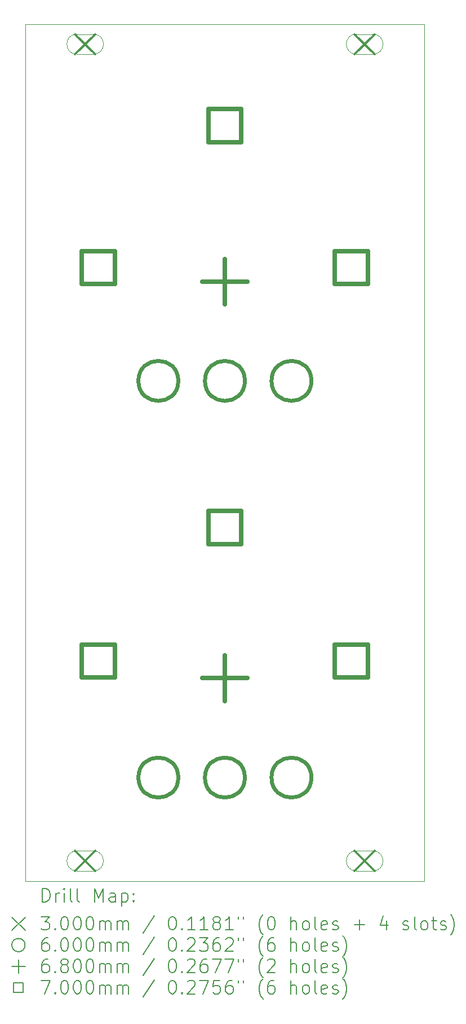
<source format=gbr>
%TF.GenerationSoftware,KiCad,Pcbnew,9.0.4-9.0.4-0~ubuntu22.04.1*%
%TF.CreationDate,2025-10-28T22:45:39+00:00*%
%TF.ProjectId,MS20-VCF,4d533230-2d56-4434-962e-6b696361645f,rev?*%
%TF.SameCoordinates,Original*%
%TF.FileFunction,Drillmap*%
%TF.FilePolarity,Positive*%
%FSLAX45Y45*%
G04 Gerber Fmt 4.5, Leading zero omitted, Abs format (unit mm)*
G04 Created by KiCad (PCBNEW 9.0.4-9.0.4-0~ubuntu22.04.1) date 2025-10-28 22:45:39*
%MOMM*%
%LPD*%
G01*
G04 APERTURE LIST*
%ADD10C,0.050000*%
%ADD11C,0.200000*%
%ADD12C,0.300000*%
%ADD13C,0.100000*%
%ADD14C,0.600000*%
%ADD15C,0.680000*%
%ADD16C,0.700000*%
G04 APERTURE END LIST*
D10*
X23700000Y-2700000D02*
X23700000Y-15550000D01*
X17700000Y-15550000D02*
X17700000Y-15100000D01*
X17700000Y-2700000D02*
X17700000Y-15100000D01*
X23700000Y-15550000D02*
X17700000Y-15550000D01*
X17700000Y-2700000D02*
X23700000Y-2700000D01*
D11*
D12*
X18450000Y-2850000D02*
X18750000Y-3150000D01*
X18750000Y-2850000D02*
X18450000Y-3150000D01*
D13*
X18475000Y-3150000D02*
X18725000Y-3150000D01*
X18725000Y-2850000D02*
G75*
G02*
X18725000Y-3150000I0J-150000D01*
G01*
X18725000Y-2850000D02*
X18475000Y-2850000D01*
X18475000Y-2850000D02*
G75*
G03*
X18475000Y-3150000I0J-150000D01*
G01*
D12*
X18450000Y-15100000D02*
X18750000Y-15400000D01*
X18750000Y-15100000D02*
X18450000Y-15400000D01*
D13*
X18475000Y-15400000D02*
X18725000Y-15400000D01*
X18725000Y-15100000D02*
G75*
G02*
X18725000Y-15400000I0J-150000D01*
G01*
X18725000Y-15100000D02*
X18475000Y-15100000D01*
X18475000Y-15100000D02*
G75*
G03*
X18475000Y-15400000I0J-150000D01*
G01*
D12*
X22650000Y-2850000D02*
X22950000Y-3150000D01*
X22950000Y-2850000D02*
X22650000Y-3150000D01*
D13*
X22675000Y-3150000D02*
X22925000Y-3150000D01*
X22925000Y-2850000D02*
G75*
G02*
X22925000Y-3150000I0J-150000D01*
G01*
X22925000Y-2850000D02*
X22675000Y-2850000D01*
X22675000Y-2850000D02*
G75*
G03*
X22675000Y-3150000I0J-150000D01*
G01*
D12*
X22650000Y-15100000D02*
X22950000Y-15400000D01*
X22950000Y-15100000D02*
X22650000Y-15400000D01*
D13*
X22675000Y-15400000D02*
X22925000Y-15400000D01*
X22925000Y-15100000D02*
G75*
G02*
X22925000Y-15400000I0J-150000D01*
G01*
X22925000Y-15100000D02*
X22675000Y-15100000D01*
X22675000Y-15100000D02*
G75*
G03*
X22675000Y-15400000I0J-150000D01*
G01*
D14*
X20000000Y-8050000D02*
G75*
G02*
X19400000Y-8050000I-300000J0D01*
G01*
X19400000Y-8050000D02*
G75*
G02*
X20000000Y-8050000I300000J0D01*
G01*
X20000000Y-14000000D02*
G75*
G02*
X19400000Y-14000000I-300000J0D01*
G01*
X19400000Y-14000000D02*
G75*
G02*
X20000000Y-14000000I300000J0D01*
G01*
X21000000Y-8050000D02*
G75*
G02*
X20400000Y-8050000I-300000J0D01*
G01*
X20400000Y-8050000D02*
G75*
G02*
X21000000Y-8050000I300000J0D01*
G01*
X21000000Y-14000000D02*
G75*
G02*
X20400000Y-14000000I-300000J0D01*
G01*
X20400000Y-14000000D02*
G75*
G02*
X21000000Y-14000000I300000J0D01*
G01*
X22000000Y-8050000D02*
G75*
G02*
X21400000Y-8050000I-300000J0D01*
G01*
X21400000Y-8050000D02*
G75*
G02*
X22000000Y-8050000I300000J0D01*
G01*
X22000000Y-14000000D02*
G75*
G02*
X21400000Y-14000000I-300000J0D01*
G01*
X21400000Y-14000000D02*
G75*
G02*
X22000000Y-14000000I300000J0D01*
G01*
D15*
X20700000Y-6220000D02*
X20700000Y-6900000D01*
X20360000Y-6560000D02*
X21040000Y-6560000D01*
X20700000Y-12170000D02*
X20700000Y-12850000D01*
X20360000Y-12510000D02*
X21040000Y-12510000D01*
D16*
X19047490Y-6597490D02*
X19047490Y-6102510D01*
X18552510Y-6102510D01*
X18552510Y-6597490D01*
X19047490Y-6597490D01*
X19047490Y-12497490D02*
X19047490Y-12002510D01*
X18552510Y-12002510D01*
X18552510Y-12497490D01*
X19047490Y-12497490D01*
X20947490Y-4467490D02*
X20947490Y-3972510D01*
X20452510Y-3972510D01*
X20452510Y-4467490D01*
X20947490Y-4467490D01*
X20947490Y-10497490D02*
X20947490Y-10002510D01*
X20452510Y-10002510D01*
X20452510Y-10497490D01*
X20947490Y-10497490D01*
X22847490Y-6598490D02*
X22847490Y-6103510D01*
X22352510Y-6103510D01*
X22352510Y-6598490D01*
X22847490Y-6598490D01*
X22847490Y-12497490D02*
X22847490Y-12002510D01*
X22352510Y-12002510D01*
X22352510Y-12497490D01*
X22847490Y-12497490D01*
D11*
X17958277Y-15863984D02*
X17958277Y-15663984D01*
X17958277Y-15663984D02*
X18005896Y-15663984D01*
X18005896Y-15663984D02*
X18034467Y-15673508D01*
X18034467Y-15673508D02*
X18053515Y-15692555D01*
X18053515Y-15692555D02*
X18063039Y-15711603D01*
X18063039Y-15711603D02*
X18072562Y-15749698D01*
X18072562Y-15749698D02*
X18072562Y-15778269D01*
X18072562Y-15778269D02*
X18063039Y-15816365D01*
X18063039Y-15816365D02*
X18053515Y-15835412D01*
X18053515Y-15835412D02*
X18034467Y-15854460D01*
X18034467Y-15854460D02*
X18005896Y-15863984D01*
X18005896Y-15863984D02*
X17958277Y-15863984D01*
X18158277Y-15863984D02*
X18158277Y-15730650D01*
X18158277Y-15768746D02*
X18167801Y-15749698D01*
X18167801Y-15749698D02*
X18177324Y-15740174D01*
X18177324Y-15740174D02*
X18196372Y-15730650D01*
X18196372Y-15730650D02*
X18215420Y-15730650D01*
X18282086Y-15863984D02*
X18282086Y-15730650D01*
X18282086Y-15663984D02*
X18272562Y-15673508D01*
X18272562Y-15673508D02*
X18282086Y-15683031D01*
X18282086Y-15683031D02*
X18291610Y-15673508D01*
X18291610Y-15673508D02*
X18282086Y-15663984D01*
X18282086Y-15663984D02*
X18282086Y-15683031D01*
X18405896Y-15863984D02*
X18386848Y-15854460D01*
X18386848Y-15854460D02*
X18377324Y-15835412D01*
X18377324Y-15835412D02*
X18377324Y-15663984D01*
X18510658Y-15863984D02*
X18491610Y-15854460D01*
X18491610Y-15854460D02*
X18482086Y-15835412D01*
X18482086Y-15835412D02*
X18482086Y-15663984D01*
X18739229Y-15863984D02*
X18739229Y-15663984D01*
X18739229Y-15663984D02*
X18805896Y-15806841D01*
X18805896Y-15806841D02*
X18872562Y-15663984D01*
X18872562Y-15663984D02*
X18872562Y-15863984D01*
X19053515Y-15863984D02*
X19053515Y-15759222D01*
X19053515Y-15759222D02*
X19043991Y-15740174D01*
X19043991Y-15740174D02*
X19024943Y-15730650D01*
X19024943Y-15730650D02*
X18986848Y-15730650D01*
X18986848Y-15730650D02*
X18967801Y-15740174D01*
X19053515Y-15854460D02*
X19034467Y-15863984D01*
X19034467Y-15863984D02*
X18986848Y-15863984D01*
X18986848Y-15863984D02*
X18967801Y-15854460D01*
X18967801Y-15854460D02*
X18958277Y-15835412D01*
X18958277Y-15835412D02*
X18958277Y-15816365D01*
X18958277Y-15816365D02*
X18967801Y-15797317D01*
X18967801Y-15797317D02*
X18986848Y-15787793D01*
X18986848Y-15787793D02*
X19034467Y-15787793D01*
X19034467Y-15787793D02*
X19053515Y-15778269D01*
X19148753Y-15730650D02*
X19148753Y-15930650D01*
X19148753Y-15740174D02*
X19167801Y-15730650D01*
X19167801Y-15730650D02*
X19205896Y-15730650D01*
X19205896Y-15730650D02*
X19224943Y-15740174D01*
X19224943Y-15740174D02*
X19234467Y-15749698D01*
X19234467Y-15749698D02*
X19243991Y-15768746D01*
X19243991Y-15768746D02*
X19243991Y-15825888D01*
X19243991Y-15825888D02*
X19234467Y-15844936D01*
X19234467Y-15844936D02*
X19224943Y-15854460D01*
X19224943Y-15854460D02*
X19205896Y-15863984D01*
X19205896Y-15863984D02*
X19167801Y-15863984D01*
X19167801Y-15863984D02*
X19148753Y-15854460D01*
X19329705Y-15844936D02*
X19339229Y-15854460D01*
X19339229Y-15854460D02*
X19329705Y-15863984D01*
X19329705Y-15863984D02*
X19320182Y-15854460D01*
X19320182Y-15854460D02*
X19329705Y-15844936D01*
X19329705Y-15844936D02*
X19329705Y-15863984D01*
X19329705Y-15740174D02*
X19339229Y-15749698D01*
X19339229Y-15749698D02*
X19329705Y-15759222D01*
X19329705Y-15759222D02*
X19320182Y-15749698D01*
X19320182Y-15749698D02*
X19329705Y-15740174D01*
X19329705Y-15740174D02*
X19329705Y-15759222D01*
X17497500Y-16092500D02*
X17697500Y-16292500D01*
X17697500Y-16092500D02*
X17497500Y-16292500D01*
X17939229Y-16083984D02*
X18063039Y-16083984D01*
X18063039Y-16083984D02*
X17996372Y-16160174D01*
X17996372Y-16160174D02*
X18024943Y-16160174D01*
X18024943Y-16160174D02*
X18043991Y-16169698D01*
X18043991Y-16169698D02*
X18053515Y-16179222D01*
X18053515Y-16179222D02*
X18063039Y-16198269D01*
X18063039Y-16198269D02*
X18063039Y-16245888D01*
X18063039Y-16245888D02*
X18053515Y-16264936D01*
X18053515Y-16264936D02*
X18043991Y-16274460D01*
X18043991Y-16274460D02*
X18024943Y-16283984D01*
X18024943Y-16283984D02*
X17967801Y-16283984D01*
X17967801Y-16283984D02*
X17948753Y-16274460D01*
X17948753Y-16274460D02*
X17939229Y-16264936D01*
X18148753Y-16264936D02*
X18158277Y-16274460D01*
X18158277Y-16274460D02*
X18148753Y-16283984D01*
X18148753Y-16283984D02*
X18139229Y-16274460D01*
X18139229Y-16274460D02*
X18148753Y-16264936D01*
X18148753Y-16264936D02*
X18148753Y-16283984D01*
X18282086Y-16083984D02*
X18301134Y-16083984D01*
X18301134Y-16083984D02*
X18320182Y-16093508D01*
X18320182Y-16093508D02*
X18329705Y-16103031D01*
X18329705Y-16103031D02*
X18339229Y-16122079D01*
X18339229Y-16122079D02*
X18348753Y-16160174D01*
X18348753Y-16160174D02*
X18348753Y-16207793D01*
X18348753Y-16207793D02*
X18339229Y-16245888D01*
X18339229Y-16245888D02*
X18329705Y-16264936D01*
X18329705Y-16264936D02*
X18320182Y-16274460D01*
X18320182Y-16274460D02*
X18301134Y-16283984D01*
X18301134Y-16283984D02*
X18282086Y-16283984D01*
X18282086Y-16283984D02*
X18263039Y-16274460D01*
X18263039Y-16274460D02*
X18253515Y-16264936D01*
X18253515Y-16264936D02*
X18243991Y-16245888D01*
X18243991Y-16245888D02*
X18234467Y-16207793D01*
X18234467Y-16207793D02*
X18234467Y-16160174D01*
X18234467Y-16160174D02*
X18243991Y-16122079D01*
X18243991Y-16122079D02*
X18253515Y-16103031D01*
X18253515Y-16103031D02*
X18263039Y-16093508D01*
X18263039Y-16093508D02*
X18282086Y-16083984D01*
X18472562Y-16083984D02*
X18491610Y-16083984D01*
X18491610Y-16083984D02*
X18510658Y-16093508D01*
X18510658Y-16093508D02*
X18520182Y-16103031D01*
X18520182Y-16103031D02*
X18529705Y-16122079D01*
X18529705Y-16122079D02*
X18539229Y-16160174D01*
X18539229Y-16160174D02*
X18539229Y-16207793D01*
X18539229Y-16207793D02*
X18529705Y-16245888D01*
X18529705Y-16245888D02*
X18520182Y-16264936D01*
X18520182Y-16264936D02*
X18510658Y-16274460D01*
X18510658Y-16274460D02*
X18491610Y-16283984D01*
X18491610Y-16283984D02*
X18472562Y-16283984D01*
X18472562Y-16283984D02*
X18453515Y-16274460D01*
X18453515Y-16274460D02*
X18443991Y-16264936D01*
X18443991Y-16264936D02*
X18434467Y-16245888D01*
X18434467Y-16245888D02*
X18424943Y-16207793D01*
X18424943Y-16207793D02*
X18424943Y-16160174D01*
X18424943Y-16160174D02*
X18434467Y-16122079D01*
X18434467Y-16122079D02*
X18443991Y-16103031D01*
X18443991Y-16103031D02*
X18453515Y-16093508D01*
X18453515Y-16093508D02*
X18472562Y-16083984D01*
X18663039Y-16083984D02*
X18682086Y-16083984D01*
X18682086Y-16083984D02*
X18701134Y-16093508D01*
X18701134Y-16093508D02*
X18710658Y-16103031D01*
X18710658Y-16103031D02*
X18720182Y-16122079D01*
X18720182Y-16122079D02*
X18729705Y-16160174D01*
X18729705Y-16160174D02*
X18729705Y-16207793D01*
X18729705Y-16207793D02*
X18720182Y-16245888D01*
X18720182Y-16245888D02*
X18710658Y-16264936D01*
X18710658Y-16264936D02*
X18701134Y-16274460D01*
X18701134Y-16274460D02*
X18682086Y-16283984D01*
X18682086Y-16283984D02*
X18663039Y-16283984D01*
X18663039Y-16283984D02*
X18643991Y-16274460D01*
X18643991Y-16274460D02*
X18634467Y-16264936D01*
X18634467Y-16264936D02*
X18624943Y-16245888D01*
X18624943Y-16245888D02*
X18615420Y-16207793D01*
X18615420Y-16207793D02*
X18615420Y-16160174D01*
X18615420Y-16160174D02*
X18624943Y-16122079D01*
X18624943Y-16122079D02*
X18634467Y-16103031D01*
X18634467Y-16103031D02*
X18643991Y-16093508D01*
X18643991Y-16093508D02*
X18663039Y-16083984D01*
X18815420Y-16283984D02*
X18815420Y-16150650D01*
X18815420Y-16169698D02*
X18824943Y-16160174D01*
X18824943Y-16160174D02*
X18843991Y-16150650D01*
X18843991Y-16150650D02*
X18872563Y-16150650D01*
X18872563Y-16150650D02*
X18891610Y-16160174D01*
X18891610Y-16160174D02*
X18901134Y-16179222D01*
X18901134Y-16179222D02*
X18901134Y-16283984D01*
X18901134Y-16179222D02*
X18910658Y-16160174D01*
X18910658Y-16160174D02*
X18929705Y-16150650D01*
X18929705Y-16150650D02*
X18958277Y-16150650D01*
X18958277Y-16150650D02*
X18977324Y-16160174D01*
X18977324Y-16160174D02*
X18986848Y-16179222D01*
X18986848Y-16179222D02*
X18986848Y-16283984D01*
X19082086Y-16283984D02*
X19082086Y-16150650D01*
X19082086Y-16169698D02*
X19091610Y-16160174D01*
X19091610Y-16160174D02*
X19110658Y-16150650D01*
X19110658Y-16150650D02*
X19139229Y-16150650D01*
X19139229Y-16150650D02*
X19158277Y-16160174D01*
X19158277Y-16160174D02*
X19167801Y-16179222D01*
X19167801Y-16179222D02*
X19167801Y-16283984D01*
X19167801Y-16179222D02*
X19177324Y-16160174D01*
X19177324Y-16160174D02*
X19196372Y-16150650D01*
X19196372Y-16150650D02*
X19224943Y-16150650D01*
X19224943Y-16150650D02*
X19243991Y-16160174D01*
X19243991Y-16160174D02*
X19253515Y-16179222D01*
X19253515Y-16179222D02*
X19253515Y-16283984D01*
X19643991Y-16074460D02*
X19472563Y-16331603D01*
X19901134Y-16083984D02*
X19920182Y-16083984D01*
X19920182Y-16083984D02*
X19939229Y-16093508D01*
X19939229Y-16093508D02*
X19948753Y-16103031D01*
X19948753Y-16103031D02*
X19958277Y-16122079D01*
X19958277Y-16122079D02*
X19967801Y-16160174D01*
X19967801Y-16160174D02*
X19967801Y-16207793D01*
X19967801Y-16207793D02*
X19958277Y-16245888D01*
X19958277Y-16245888D02*
X19948753Y-16264936D01*
X19948753Y-16264936D02*
X19939229Y-16274460D01*
X19939229Y-16274460D02*
X19920182Y-16283984D01*
X19920182Y-16283984D02*
X19901134Y-16283984D01*
X19901134Y-16283984D02*
X19882086Y-16274460D01*
X19882086Y-16274460D02*
X19872563Y-16264936D01*
X19872563Y-16264936D02*
X19863039Y-16245888D01*
X19863039Y-16245888D02*
X19853515Y-16207793D01*
X19853515Y-16207793D02*
X19853515Y-16160174D01*
X19853515Y-16160174D02*
X19863039Y-16122079D01*
X19863039Y-16122079D02*
X19872563Y-16103031D01*
X19872563Y-16103031D02*
X19882086Y-16093508D01*
X19882086Y-16093508D02*
X19901134Y-16083984D01*
X20053515Y-16264936D02*
X20063039Y-16274460D01*
X20063039Y-16274460D02*
X20053515Y-16283984D01*
X20053515Y-16283984D02*
X20043991Y-16274460D01*
X20043991Y-16274460D02*
X20053515Y-16264936D01*
X20053515Y-16264936D02*
X20053515Y-16283984D01*
X20253515Y-16283984D02*
X20139229Y-16283984D01*
X20196372Y-16283984D02*
X20196372Y-16083984D01*
X20196372Y-16083984D02*
X20177325Y-16112555D01*
X20177325Y-16112555D02*
X20158277Y-16131603D01*
X20158277Y-16131603D02*
X20139229Y-16141127D01*
X20443991Y-16283984D02*
X20329706Y-16283984D01*
X20386848Y-16283984D02*
X20386848Y-16083984D01*
X20386848Y-16083984D02*
X20367801Y-16112555D01*
X20367801Y-16112555D02*
X20348753Y-16131603D01*
X20348753Y-16131603D02*
X20329706Y-16141127D01*
X20558277Y-16169698D02*
X20539229Y-16160174D01*
X20539229Y-16160174D02*
X20529706Y-16150650D01*
X20529706Y-16150650D02*
X20520182Y-16131603D01*
X20520182Y-16131603D02*
X20520182Y-16122079D01*
X20520182Y-16122079D02*
X20529706Y-16103031D01*
X20529706Y-16103031D02*
X20539229Y-16093508D01*
X20539229Y-16093508D02*
X20558277Y-16083984D01*
X20558277Y-16083984D02*
X20596372Y-16083984D01*
X20596372Y-16083984D02*
X20615420Y-16093508D01*
X20615420Y-16093508D02*
X20624944Y-16103031D01*
X20624944Y-16103031D02*
X20634467Y-16122079D01*
X20634467Y-16122079D02*
X20634467Y-16131603D01*
X20634467Y-16131603D02*
X20624944Y-16150650D01*
X20624944Y-16150650D02*
X20615420Y-16160174D01*
X20615420Y-16160174D02*
X20596372Y-16169698D01*
X20596372Y-16169698D02*
X20558277Y-16169698D01*
X20558277Y-16169698D02*
X20539229Y-16179222D01*
X20539229Y-16179222D02*
X20529706Y-16188746D01*
X20529706Y-16188746D02*
X20520182Y-16207793D01*
X20520182Y-16207793D02*
X20520182Y-16245888D01*
X20520182Y-16245888D02*
X20529706Y-16264936D01*
X20529706Y-16264936D02*
X20539229Y-16274460D01*
X20539229Y-16274460D02*
X20558277Y-16283984D01*
X20558277Y-16283984D02*
X20596372Y-16283984D01*
X20596372Y-16283984D02*
X20615420Y-16274460D01*
X20615420Y-16274460D02*
X20624944Y-16264936D01*
X20624944Y-16264936D02*
X20634467Y-16245888D01*
X20634467Y-16245888D02*
X20634467Y-16207793D01*
X20634467Y-16207793D02*
X20624944Y-16188746D01*
X20624944Y-16188746D02*
X20615420Y-16179222D01*
X20615420Y-16179222D02*
X20596372Y-16169698D01*
X20824944Y-16283984D02*
X20710658Y-16283984D01*
X20767801Y-16283984D02*
X20767801Y-16083984D01*
X20767801Y-16083984D02*
X20748753Y-16112555D01*
X20748753Y-16112555D02*
X20729706Y-16131603D01*
X20729706Y-16131603D02*
X20710658Y-16141127D01*
X20901134Y-16083984D02*
X20901134Y-16122079D01*
X20977325Y-16083984D02*
X20977325Y-16122079D01*
X21272563Y-16360174D02*
X21263039Y-16350650D01*
X21263039Y-16350650D02*
X21243991Y-16322079D01*
X21243991Y-16322079D02*
X21234468Y-16303031D01*
X21234468Y-16303031D02*
X21224944Y-16274460D01*
X21224944Y-16274460D02*
X21215420Y-16226841D01*
X21215420Y-16226841D02*
X21215420Y-16188746D01*
X21215420Y-16188746D02*
X21224944Y-16141127D01*
X21224944Y-16141127D02*
X21234468Y-16112555D01*
X21234468Y-16112555D02*
X21243991Y-16093508D01*
X21243991Y-16093508D02*
X21263039Y-16064936D01*
X21263039Y-16064936D02*
X21272563Y-16055412D01*
X21386848Y-16083984D02*
X21405896Y-16083984D01*
X21405896Y-16083984D02*
X21424944Y-16093508D01*
X21424944Y-16093508D02*
X21434468Y-16103031D01*
X21434468Y-16103031D02*
X21443991Y-16122079D01*
X21443991Y-16122079D02*
X21453515Y-16160174D01*
X21453515Y-16160174D02*
X21453515Y-16207793D01*
X21453515Y-16207793D02*
X21443991Y-16245888D01*
X21443991Y-16245888D02*
X21434468Y-16264936D01*
X21434468Y-16264936D02*
X21424944Y-16274460D01*
X21424944Y-16274460D02*
X21405896Y-16283984D01*
X21405896Y-16283984D02*
X21386848Y-16283984D01*
X21386848Y-16283984D02*
X21367801Y-16274460D01*
X21367801Y-16274460D02*
X21358277Y-16264936D01*
X21358277Y-16264936D02*
X21348753Y-16245888D01*
X21348753Y-16245888D02*
X21339229Y-16207793D01*
X21339229Y-16207793D02*
X21339229Y-16160174D01*
X21339229Y-16160174D02*
X21348753Y-16122079D01*
X21348753Y-16122079D02*
X21358277Y-16103031D01*
X21358277Y-16103031D02*
X21367801Y-16093508D01*
X21367801Y-16093508D02*
X21386848Y-16083984D01*
X21691610Y-16283984D02*
X21691610Y-16083984D01*
X21777325Y-16283984D02*
X21777325Y-16179222D01*
X21777325Y-16179222D02*
X21767801Y-16160174D01*
X21767801Y-16160174D02*
X21748753Y-16150650D01*
X21748753Y-16150650D02*
X21720182Y-16150650D01*
X21720182Y-16150650D02*
X21701134Y-16160174D01*
X21701134Y-16160174D02*
X21691610Y-16169698D01*
X21901134Y-16283984D02*
X21882087Y-16274460D01*
X21882087Y-16274460D02*
X21872563Y-16264936D01*
X21872563Y-16264936D02*
X21863039Y-16245888D01*
X21863039Y-16245888D02*
X21863039Y-16188746D01*
X21863039Y-16188746D02*
X21872563Y-16169698D01*
X21872563Y-16169698D02*
X21882087Y-16160174D01*
X21882087Y-16160174D02*
X21901134Y-16150650D01*
X21901134Y-16150650D02*
X21929706Y-16150650D01*
X21929706Y-16150650D02*
X21948753Y-16160174D01*
X21948753Y-16160174D02*
X21958277Y-16169698D01*
X21958277Y-16169698D02*
X21967801Y-16188746D01*
X21967801Y-16188746D02*
X21967801Y-16245888D01*
X21967801Y-16245888D02*
X21958277Y-16264936D01*
X21958277Y-16264936D02*
X21948753Y-16274460D01*
X21948753Y-16274460D02*
X21929706Y-16283984D01*
X21929706Y-16283984D02*
X21901134Y-16283984D01*
X22082087Y-16283984D02*
X22063039Y-16274460D01*
X22063039Y-16274460D02*
X22053515Y-16255412D01*
X22053515Y-16255412D02*
X22053515Y-16083984D01*
X22234468Y-16274460D02*
X22215420Y-16283984D01*
X22215420Y-16283984D02*
X22177325Y-16283984D01*
X22177325Y-16283984D02*
X22158277Y-16274460D01*
X22158277Y-16274460D02*
X22148753Y-16255412D01*
X22148753Y-16255412D02*
X22148753Y-16179222D01*
X22148753Y-16179222D02*
X22158277Y-16160174D01*
X22158277Y-16160174D02*
X22177325Y-16150650D01*
X22177325Y-16150650D02*
X22215420Y-16150650D01*
X22215420Y-16150650D02*
X22234468Y-16160174D01*
X22234468Y-16160174D02*
X22243991Y-16179222D01*
X22243991Y-16179222D02*
X22243991Y-16198269D01*
X22243991Y-16198269D02*
X22148753Y-16217317D01*
X22320182Y-16274460D02*
X22339230Y-16283984D01*
X22339230Y-16283984D02*
X22377325Y-16283984D01*
X22377325Y-16283984D02*
X22396372Y-16274460D01*
X22396372Y-16274460D02*
X22405896Y-16255412D01*
X22405896Y-16255412D02*
X22405896Y-16245888D01*
X22405896Y-16245888D02*
X22396372Y-16226841D01*
X22396372Y-16226841D02*
X22377325Y-16217317D01*
X22377325Y-16217317D02*
X22348753Y-16217317D01*
X22348753Y-16217317D02*
X22329706Y-16207793D01*
X22329706Y-16207793D02*
X22320182Y-16188746D01*
X22320182Y-16188746D02*
X22320182Y-16179222D01*
X22320182Y-16179222D02*
X22329706Y-16160174D01*
X22329706Y-16160174D02*
X22348753Y-16150650D01*
X22348753Y-16150650D02*
X22377325Y-16150650D01*
X22377325Y-16150650D02*
X22396372Y-16160174D01*
X22643991Y-16207793D02*
X22796372Y-16207793D01*
X22720182Y-16283984D02*
X22720182Y-16131603D01*
X23129706Y-16150650D02*
X23129706Y-16283984D01*
X23082087Y-16074460D02*
X23034468Y-16217317D01*
X23034468Y-16217317D02*
X23158277Y-16217317D01*
X23377325Y-16274460D02*
X23396372Y-16283984D01*
X23396372Y-16283984D02*
X23434468Y-16283984D01*
X23434468Y-16283984D02*
X23453515Y-16274460D01*
X23453515Y-16274460D02*
X23463039Y-16255412D01*
X23463039Y-16255412D02*
X23463039Y-16245888D01*
X23463039Y-16245888D02*
X23453515Y-16226841D01*
X23453515Y-16226841D02*
X23434468Y-16217317D01*
X23434468Y-16217317D02*
X23405896Y-16217317D01*
X23405896Y-16217317D02*
X23386849Y-16207793D01*
X23386849Y-16207793D02*
X23377325Y-16188746D01*
X23377325Y-16188746D02*
X23377325Y-16179222D01*
X23377325Y-16179222D02*
X23386849Y-16160174D01*
X23386849Y-16160174D02*
X23405896Y-16150650D01*
X23405896Y-16150650D02*
X23434468Y-16150650D01*
X23434468Y-16150650D02*
X23453515Y-16160174D01*
X23577325Y-16283984D02*
X23558277Y-16274460D01*
X23558277Y-16274460D02*
X23548753Y-16255412D01*
X23548753Y-16255412D02*
X23548753Y-16083984D01*
X23682087Y-16283984D02*
X23663039Y-16274460D01*
X23663039Y-16274460D02*
X23653515Y-16264936D01*
X23653515Y-16264936D02*
X23643992Y-16245888D01*
X23643992Y-16245888D02*
X23643992Y-16188746D01*
X23643992Y-16188746D02*
X23653515Y-16169698D01*
X23653515Y-16169698D02*
X23663039Y-16160174D01*
X23663039Y-16160174D02*
X23682087Y-16150650D01*
X23682087Y-16150650D02*
X23710658Y-16150650D01*
X23710658Y-16150650D02*
X23729706Y-16160174D01*
X23729706Y-16160174D02*
X23739230Y-16169698D01*
X23739230Y-16169698D02*
X23748753Y-16188746D01*
X23748753Y-16188746D02*
X23748753Y-16245888D01*
X23748753Y-16245888D02*
X23739230Y-16264936D01*
X23739230Y-16264936D02*
X23729706Y-16274460D01*
X23729706Y-16274460D02*
X23710658Y-16283984D01*
X23710658Y-16283984D02*
X23682087Y-16283984D01*
X23805896Y-16150650D02*
X23882087Y-16150650D01*
X23834468Y-16083984D02*
X23834468Y-16255412D01*
X23834468Y-16255412D02*
X23843992Y-16274460D01*
X23843992Y-16274460D02*
X23863039Y-16283984D01*
X23863039Y-16283984D02*
X23882087Y-16283984D01*
X23939230Y-16274460D02*
X23958277Y-16283984D01*
X23958277Y-16283984D02*
X23996372Y-16283984D01*
X23996372Y-16283984D02*
X24015420Y-16274460D01*
X24015420Y-16274460D02*
X24024944Y-16255412D01*
X24024944Y-16255412D02*
X24024944Y-16245888D01*
X24024944Y-16245888D02*
X24015420Y-16226841D01*
X24015420Y-16226841D02*
X23996372Y-16217317D01*
X23996372Y-16217317D02*
X23967801Y-16217317D01*
X23967801Y-16217317D02*
X23948753Y-16207793D01*
X23948753Y-16207793D02*
X23939230Y-16188746D01*
X23939230Y-16188746D02*
X23939230Y-16179222D01*
X23939230Y-16179222D02*
X23948753Y-16160174D01*
X23948753Y-16160174D02*
X23967801Y-16150650D01*
X23967801Y-16150650D02*
X23996372Y-16150650D01*
X23996372Y-16150650D02*
X24015420Y-16160174D01*
X24091611Y-16360174D02*
X24101134Y-16350650D01*
X24101134Y-16350650D02*
X24120182Y-16322079D01*
X24120182Y-16322079D02*
X24129706Y-16303031D01*
X24129706Y-16303031D02*
X24139230Y-16274460D01*
X24139230Y-16274460D02*
X24148753Y-16226841D01*
X24148753Y-16226841D02*
X24148753Y-16188746D01*
X24148753Y-16188746D02*
X24139230Y-16141127D01*
X24139230Y-16141127D02*
X24129706Y-16112555D01*
X24129706Y-16112555D02*
X24120182Y-16093508D01*
X24120182Y-16093508D02*
X24101134Y-16064936D01*
X24101134Y-16064936D02*
X24091611Y-16055412D01*
X17697500Y-16512500D02*
G75*
G02*
X17497500Y-16512500I-100000J0D01*
G01*
X17497500Y-16512500D02*
G75*
G02*
X17697500Y-16512500I100000J0D01*
G01*
X18043991Y-16403984D02*
X18005896Y-16403984D01*
X18005896Y-16403984D02*
X17986848Y-16413508D01*
X17986848Y-16413508D02*
X17977324Y-16423031D01*
X17977324Y-16423031D02*
X17958277Y-16451603D01*
X17958277Y-16451603D02*
X17948753Y-16489698D01*
X17948753Y-16489698D02*
X17948753Y-16565888D01*
X17948753Y-16565888D02*
X17958277Y-16584936D01*
X17958277Y-16584936D02*
X17967801Y-16594460D01*
X17967801Y-16594460D02*
X17986848Y-16603984D01*
X17986848Y-16603984D02*
X18024943Y-16603984D01*
X18024943Y-16603984D02*
X18043991Y-16594460D01*
X18043991Y-16594460D02*
X18053515Y-16584936D01*
X18053515Y-16584936D02*
X18063039Y-16565888D01*
X18063039Y-16565888D02*
X18063039Y-16518269D01*
X18063039Y-16518269D02*
X18053515Y-16499222D01*
X18053515Y-16499222D02*
X18043991Y-16489698D01*
X18043991Y-16489698D02*
X18024943Y-16480174D01*
X18024943Y-16480174D02*
X17986848Y-16480174D01*
X17986848Y-16480174D02*
X17967801Y-16489698D01*
X17967801Y-16489698D02*
X17958277Y-16499222D01*
X17958277Y-16499222D02*
X17948753Y-16518269D01*
X18148753Y-16584936D02*
X18158277Y-16594460D01*
X18158277Y-16594460D02*
X18148753Y-16603984D01*
X18148753Y-16603984D02*
X18139229Y-16594460D01*
X18139229Y-16594460D02*
X18148753Y-16584936D01*
X18148753Y-16584936D02*
X18148753Y-16603984D01*
X18282086Y-16403984D02*
X18301134Y-16403984D01*
X18301134Y-16403984D02*
X18320182Y-16413508D01*
X18320182Y-16413508D02*
X18329705Y-16423031D01*
X18329705Y-16423031D02*
X18339229Y-16442079D01*
X18339229Y-16442079D02*
X18348753Y-16480174D01*
X18348753Y-16480174D02*
X18348753Y-16527793D01*
X18348753Y-16527793D02*
X18339229Y-16565888D01*
X18339229Y-16565888D02*
X18329705Y-16584936D01*
X18329705Y-16584936D02*
X18320182Y-16594460D01*
X18320182Y-16594460D02*
X18301134Y-16603984D01*
X18301134Y-16603984D02*
X18282086Y-16603984D01*
X18282086Y-16603984D02*
X18263039Y-16594460D01*
X18263039Y-16594460D02*
X18253515Y-16584936D01*
X18253515Y-16584936D02*
X18243991Y-16565888D01*
X18243991Y-16565888D02*
X18234467Y-16527793D01*
X18234467Y-16527793D02*
X18234467Y-16480174D01*
X18234467Y-16480174D02*
X18243991Y-16442079D01*
X18243991Y-16442079D02*
X18253515Y-16423031D01*
X18253515Y-16423031D02*
X18263039Y-16413508D01*
X18263039Y-16413508D02*
X18282086Y-16403984D01*
X18472562Y-16403984D02*
X18491610Y-16403984D01*
X18491610Y-16403984D02*
X18510658Y-16413508D01*
X18510658Y-16413508D02*
X18520182Y-16423031D01*
X18520182Y-16423031D02*
X18529705Y-16442079D01*
X18529705Y-16442079D02*
X18539229Y-16480174D01*
X18539229Y-16480174D02*
X18539229Y-16527793D01*
X18539229Y-16527793D02*
X18529705Y-16565888D01*
X18529705Y-16565888D02*
X18520182Y-16584936D01*
X18520182Y-16584936D02*
X18510658Y-16594460D01*
X18510658Y-16594460D02*
X18491610Y-16603984D01*
X18491610Y-16603984D02*
X18472562Y-16603984D01*
X18472562Y-16603984D02*
X18453515Y-16594460D01*
X18453515Y-16594460D02*
X18443991Y-16584936D01*
X18443991Y-16584936D02*
X18434467Y-16565888D01*
X18434467Y-16565888D02*
X18424943Y-16527793D01*
X18424943Y-16527793D02*
X18424943Y-16480174D01*
X18424943Y-16480174D02*
X18434467Y-16442079D01*
X18434467Y-16442079D02*
X18443991Y-16423031D01*
X18443991Y-16423031D02*
X18453515Y-16413508D01*
X18453515Y-16413508D02*
X18472562Y-16403984D01*
X18663039Y-16403984D02*
X18682086Y-16403984D01*
X18682086Y-16403984D02*
X18701134Y-16413508D01*
X18701134Y-16413508D02*
X18710658Y-16423031D01*
X18710658Y-16423031D02*
X18720182Y-16442079D01*
X18720182Y-16442079D02*
X18729705Y-16480174D01*
X18729705Y-16480174D02*
X18729705Y-16527793D01*
X18729705Y-16527793D02*
X18720182Y-16565888D01*
X18720182Y-16565888D02*
X18710658Y-16584936D01*
X18710658Y-16584936D02*
X18701134Y-16594460D01*
X18701134Y-16594460D02*
X18682086Y-16603984D01*
X18682086Y-16603984D02*
X18663039Y-16603984D01*
X18663039Y-16603984D02*
X18643991Y-16594460D01*
X18643991Y-16594460D02*
X18634467Y-16584936D01*
X18634467Y-16584936D02*
X18624943Y-16565888D01*
X18624943Y-16565888D02*
X18615420Y-16527793D01*
X18615420Y-16527793D02*
X18615420Y-16480174D01*
X18615420Y-16480174D02*
X18624943Y-16442079D01*
X18624943Y-16442079D02*
X18634467Y-16423031D01*
X18634467Y-16423031D02*
X18643991Y-16413508D01*
X18643991Y-16413508D02*
X18663039Y-16403984D01*
X18815420Y-16603984D02*
X18815420Y-16470650D01*
X18815420Y-16489698D02*
X18824943Y-16480174D01*
X18824943Y-16480174D02*
X18843991Y-16470650D01*
X18843991Y-16470650D02*
X18872563Y-16470650D01*
X18872563Y-16470650D02*
X18891610Y-16480174D01*
X18891610Y-16480174D02*
X18901134Y-16499222D01*
X18901134Y-16499222D02*
X18901134Y-16603984D01*
X18901134Y-16499222D02*
X18910658Y-16480174D01*
X18910658Y-16480174D02*
X18929705Y-16470650D01*
X18929705Y-16470650D02*
X18958277Y-16470650D01*
X18958277Y-16470650D02*
X18977324Y-16480174D01*
X18977324Y-16480174D02*
X18986848Y-16499222D01*
X18986848Y-16499222D02*
X18986848Y-16603984D01*
X19082086Y-16603984D02*
X19082086Y-16470650D01*
X19082086Y-16489698D02*
X19091610Y-16480174D01*
X19091610Y-16480174D02*
X19110658Y-16470650D01*
X19110658Y-16470650D02*
X19139229Y-16470650D01*
X19139229Y-16470650D02*
X19158277Y-16480174D01*
X19158277Y-16480174D02*
X19167801Y-16499222D01*
X19167801Y-16499222D02*
X19167801Y-16603984D01*
X19167801Y-16499222D02*
X19177324Y-16480174D01*
X19177324Y-16480174D02*
X19196372Y-16470650D01*
X19196372Y-16470650D02*
X19224943Y-16470650D01*
X19224943Y-16470650D02*
X19243991Y-16480174D01*
X19243991Y-16480174D02*
X19253515Y-16499222D01*
X19253515Y-16499222D02*
X19253515Y-16603984D01*
X19643991Y-16394460D02*
X19472563Y-16651603D01*
X19901134Y-16403984D02*
X19920182Y-16403984D01*
X19920182Y-16403984D02*
X19939229Y-16413508D01*
X19939229Y-16413508D02*
X19948753Y-16423031D01*
X19948753Y-16423031D02*
X19958277Y-16442079D01*
X19958277Y-16442079D02*
X19967801Y-16480174D01*
X19967801Y-16480174D02*
X19967801Y-16527793D01*
X19967801Y-16527793D02*
X19958277Y-16565888D01*
X19958277Y-16565888D02*
X19948753Y-16584936D01*
X19948753Y-16584936D02*
X19939229Y-16594460D01*
X19939229Y-16594460D02*
X19920182Y-16603984D01*
X19920182Y-16603984D02*
X19901134Y-16603984D01*
X19901134Y-16603984D02*
X19882086Y-16594460D01*
X19882086Y-16594460D02*
X19872563Y-16584936D01*
X19872563Y-16584936D02*
X19863039Y-16565888D01*
X19863039Y-16565888D02*
X19853515Y-16527793D01*
X19853515Y-16527793D02*
X19853515Y-16480174D01*
X19853515Y-16480174D02*
X19863039Y-16442079D01*
X19863039Y-16442079D02*
X19872563Y-16423031D01*
X19872563Y-16423031D02*
X19882086Y-16413508D01*
X19882086Y-16413508D02*
X19901134Y-16403984D01*
X20053515Y-16584936D02*
X20063039Y-16594460D01*
X20063039Y-16594460D02*
X20053515Y-16603984D01*
X20053515Y-16603984D02*
X20043991Y-16594460D01*
X20043991Y-16594460D02*
X20053515Y-16584936D01*
X20053515Y-16584936D02*
X20053515Y-16603984D01*
X20139229Y-16423031D02*
X20148753Y-16413508D01*
X20148753Y-16413508D02*
X20167801Y-16403984D01*
X20167801Y-16403984D02*
X20215420Y-16403984D01*
X20215420Y-16403984D02*
X20234467Y-16413508D01*
X20234467Y-16413508D02*
X20243991Y-16423031D01*
X20243991Y-16423031D02*
X20253515Y-16442079D01*
X20253515Y-16442079D02*
X20253515Y-16461127D01*
X20253515Y-16461127D02*
X20243991Y-16489698D01*
X20243991Y-16489698D02*
X20129706Y-16603984D01*
X20129706Y-16603984D02*
X20253515Y-16603984D01*
X20320182Y-16403984D02*
X20443991Y-16403984D01*
X20443991Y-16403984D02*
X20377325Y-16480174D01*
X20377325Y-16480174D02*
X20405896Y-16480174D01*
X20405896Y-16480174D02*
X20424944Y-16489698D01*
X20424944Y-16489698D02*
X20434467Y-16499222D01*
X20434467Y-16499222D02*
X20443991Y-16518269D01*
X20443991Y-16518269D02*
X20443991Y-16565888D01*
X20443991Y-16565888D02*
X20434467Y-16584936D01*
X20434467Y-16584936D02*
X20424944Y-16594460D01*
X20424944Y-16594460D02*
X20405896Y-16603984D01*
X20405896Y-16603984D02*
X20348753Y-16603984D01*
X20348753Y-16603984D02*
X20329706Y-16594460D01*
X20329706Y-16594460D02*
X20320182Y-16584936D01*
X20615420Y-16403984D02*
X20577325Y-16403984D01*
X20577325Y-16403984D02*
X20558277Y-16413508D01*
X20558277Y-16413508D02*
X20548753Y-16423031D01*
X20548753Y-16423031D02*
X20529706Y-16451603D01*
X20529706Y-16451603D02*
X20520182Y-16489698D01*
X20520182Y-16489698D02*
X20520182Y-16565888D01*
X20520182Y-16565888D02*
X20529706Y-16584936D01*
X20529706Y-16584936D02*
X20539229Y-16594460D01*
X20539229Y-16594460D02*
X20558277Y-16603984D01*
X20558277Y-16603984D02*
X20596372Y-16603984D01*
X20596372Y-16603984D02*
X20615420Y-16594460D01*
X20615420Y-16594460D02*
X20624944Y-16584936D01*
X20624944Y-16584936D02*
X20634467Y-16565888D01*
X20634467Y-16565888D02*
X20634467Y-16518269D01*
X20634467Y-16518269D02*
X20624944Y-16499222D01*
X20624944Y-16499222D02*
X20615420Y-16489698D01*
X20615420Y-16489698D02*
X20596372Y-16480174D01*
X20596372Y-16480174D02*
X20558277Y-16480174D01*
X20558277Y-16480174D02*
X20539229Y-16489698D01*
X20539229Y-16489698D02*
X20529706Y-16499222D01*
X20529706Y-16499222D02*
X20520182Y-16518269D01*
X20710658Y-16423031D02*
X20720182Y-16413508D01*
X20720182Y-16413508D02*
X20739229Y-16403984D01*
X20739229Y-16403984D02*
X20786848Y-16403984D01*
X20786848Y-16403984D02*
X20805896Y-16413508D01*
X20805896Y-16413508D02*
X20815420Y-16423031D01*
X20815420Y-16423031D02*
X20824944Y-16442079D01*
X20824944Y-16442079D02*
X20824944Y-16461127D01*
X20824944Y-16461127D02*
X20815420Y-16489698D01*
X20815420Y-16489698D02*
X20701134Y-16603984D01*
X20701134Y-16603984D02*
X20824944Y-16603984D01*
X20901134Y-16403984D02*
X20901134Y-16442079D01*
X20977325Y-16403984D02*
X20977325Y-16442079D01*
X21272563Y-16680174D02*
X21263039Y-16670650D01*
X21263039Y-16670650D02*
X21243991Y-16642079D01*
X21243991Y-16642079D02*
X21234468Y-16623031D01*
X21234468Y-16623031D02*
X21224944Y-16594460D01*
X21224944Y-16594460D02*
X21215420Y-16546841D01*
X21215420Y-16546841D02*
X21215420Y-16508746D01*
X21215420Y-16508746D02*
X21224944Y-16461127D01*
X21224944Y-16461127D02*
X21234468Y-16432555D01*
X21234468Y-16432555D02*
X21243991Y-16413508D01*
X21243991Y-16413508D02*
X21263039Y-16384936D01*
X21263039Y-16384936D02*
X21272563Y-16375412D01*
X21434468Y-16403984D02*
X21396372Y-16403984D01*
X21396372Y-16403984D02*
X21377325Y-16413508D01*
X21377325Y-16413508D02*
X21367801Y-16423031D01*
X21367801Y-16423031D02*
X21348753Y-16451603D01*
X21348753Y-16451603D02*
X21339229Y-16489698D01*
X21339229Y-16489698D02*
X21339229Y-16565888D01*
X21339229Y-16565888D02*
X21348753Y-16584936D01*
X21348753Y-16584936D02*
X21358277Y-16594460D01*
X21358277Y-16594460D02*
X21377325Y-16603984D01*
X21377325Y-16603984D02*
X21415420Y-16603984D01*
X21415420Y-16603984D02*
X21434468Y-16594460D01*
X21434468Y-16594460D02*
X21443991Y-16584936D01*
X21443991Y-16584936D02*
X21453515Y-16565888D01*
X21453515Y-16565888D02*
X21453515Y-16518269D01*
X21453515Y-16518269D02*
X21443991Y-16499222D01*
X21443991Y-16499222D02*
X21434468Y-16489698D01*
X21434468Y-16489698D02*
X21415420Y-16480174D01*
X21415420Y-16480174D02*
X21377325Y-16480174D01*
X21377325Y-16480174D02*
X21358277Y-16489698D01*
X21358277Y-16489698D02*
X21348753Y-16499222D01*
X21348753Y-16499222D02*
X21339229Y-16518269D01*
X21691610Y-16603984D02*
X21691610Y-16403984D01*
X21777325Y-16603984D02*
X21777325Y-16499222D01*
X21777325Y-16499222D02*
X21767801Y-16480174D01*
X21767801Y-16480174D02*
X21748753Y-16470650D01*
X21748753Y-16470650D02*
X21720182Y-16470650D01*
X21720182Y-16470650D02*
X21701134Y-16480174D01*
X21701134Y-16480174D02*
X21691610Y-16489698D01*
X21901134Y-16603984D02*
X21882087Y-16594460D01*
X21882087Y-16594460D02*
X21872563Y-16584936D01*
X21872563Y-16584936D02*
X21863039Y-16565888D01*
X21863039Y-16565888D02*
X21863039Y-16508746D01*
X21863039Y-16508746D02*
X21872563Y-16489698D01*
X21872563Y-16489698D02*
X21882087Y-16480174D01*
X21882087Y-16480174D02*
X21901134Y-16470650D01*
X21901134Y-16470650D02*
X21929706Y-16470650D01*
X21929706Y-16470650D02*
X21948753Y-16480174D01*
X21948753Y-16480174D02*
X21958277Y-16489698D01*
X21958277Y-16489698D02*
X21967801Y-16508746D01*
X21967801Y-16508746D02*
X21967801Y-16565888D01*
X21967801Y-16565888D02*
X21958277Y-16584936D01*
X21958277Y-16584936D02*
X21948753Y-16594460D01*
X21948753Y-16594460D02*
X21929706Y-16603984D01*
X21929706Y-16603984D02*
X21901134Y-16603984D01*
X22082087Y-16603984D02*
X22063039Y-16594460D01*
X22063039Y-16594460D02*
X22053515Y-16575412D01*
X22053515Y-16575412D02*
X22053515Y-16403984D01*
X22234468Y-16594460D02*
X22215420Y-16603984D01*
X22215420Y-16603984D02*
X22177325Y-16603984D01*
X22177325Y-16603984D02*
X22158277Y-16594460D01*
X22158277Y-16594460D02*
X22148753Y-16575412D01*
X22148753Y-16575412D02*
X22148753Y-16499222D01*
X22148753Y-16499222D02*
X22158277Y-16480174D01*
X22158277Y-16480174D02*
X22177325Y-16470650D01*
X22177325Y-16470650D02*
X22215420Y-16470650D01*
X22215420Y-16470650D02*
X22234468Y-16480174D01*
X22234468Y-16480174D02*
X22243991Y-16499222D01*
X22243991Y-16499222D02*
X22243991Y-16518269D01*
X22243991Y-16518269D02*
X22148753Y-16537317D01*
X22320182Y-16594460D02*
X22339230Y-16603984D01*
X22339230Y-16603984D02*
X22377325Y-16603984D01*
X22377325Y-16603984D02*
X22396372Y-16594460D01*
X22396372Y-16594460D02*
X22405896Y-16575412D01*
X22405896Y-16575412D02*
X22405896Y-16565888D01*
X22405896Y-16565888D02*
X22396372Y-16546841D01*
X22396372Y-16546841D02*
X22377325Y-16537317D01*
X22377325Y-16537317D02*
X22348753Y-16537317D01*
X22348753Y-16537317D02*
X22329706Y-16527793D01*
X22329706Y-16527793D02*
X22320182Y-16508746D01*
X22320182Y-16508746D02*
X22320182Y-16499222D01*
X22320182Y-16499222D02*
X22329706Y-16480174D01*
X22329706Y-16480174D02*
X22348753Y-16470650D01*
X22348753Y-16470650D02*
X22377325Y-16470650D01*
X22377325Y-16470650D02*
X22396372Y-16480174D01*
X22472563Y-16680174D02*
X22482087Y-16670650D01*
X22482087Y-16670650D02*
X22501134Y-16642079D01*
X22501134Y-16642079D02*
X22510658Y-16623031D01*
X22510658Y-16623031D02*
X22520182Y-16594460D01*
X22520182Y-16594460D02*
X22529706Y-16546841D01*
X22529706Y-16546841D02*
X22529706Y-16508746D01*
X22529706Y-16508746D02*
X22520182Y-16461127D01*
X22520182Y-16461127D02*
X22510658Y-16432555D01*
X22510658Y-16432555D02*
X22501134Y-16413508D01*
X22501134Y-16413508D02*
X22482087Y-16384936D01*
X22482087Y-16384936D02*
X22472563Y-16375412D01*
X17597500Y-16732500D02*
X17597500Y-16932500D01*
X17497500Y-16832500D02*
X17697500Y-16832500D01*
X18043991Y-16723984D02*
X18005896Y-16723984D01*
X18005896Y-16723984D02*
X17986848Y-16733508D01*
X17986848Y-16733508D02*
X17977324Y-16743031D01*
X17977324Y-16743031D02*
X17958277Y-16771603D01*
X17958277Y-16771603D02*
X17948753Y-16809698D01*
X17948753Y-16809698D02*
X17948753Y-16885889D01*
X17948753Y-16885889D02*
X17958277Y-16904936D01*
X17958277Y-16904936D02*
X17967801Y-16914460D01*
X17967801Y-16914460D02*
X17986848Y-16923984D01*
X17986848Y-16923984D02*
X18024943Y-16923984D01*
X18024943Y-16923984D02*
X18043991Y-16914460D01*
X18043991Y-16914460D02*
X18053515Y-16904936D01*
X18053515Y-16904936D02*
X18063039Y-16885889D01*
X18063039Y-16885889D02*
X18063039Y-16838270D01*
X18063039Y-16838270D02*
X18053515Y-16819222D01*
X18053515Y-16819222D02*
X18043991Y-16809698D01*
X18043991Y-16809698D02*
X18024943Y-16800174D01*
X18024943Y-16800174D02*
X17986848Y-16800174D01*
X17986848Y-16800174D02*
X17967801Y-16809698D01*
X17967801Y-16809698D02*
X17958277Y-16819222D01*
X17958277Y-16819222D02*
X17948753Y-16838270D01*
X18148753Y-16904936D02*
X18158277Y-16914460D01*
X18158277Y-16914460D02*
X18148753Y-16923984D01*
X18148753Y-16923984D02*
X18139229Y-16914460D01*
X18139229Y-16914460D02*
X18148753Y-16904936D01*
X18148753Y-16904936D02*
X18148753Y-16923984D01*
X18272562Y-16809698D02*
X18253515Y-16800174D01*
X18253515Y-16800174D02*
X18243991Y-16790650D01*
X18243991Y-16790650D02*
X18234467Y-16771603D01*
X18234467Y-16771603D02*
X18234467Y-16762079D01*
X18234467Y-16762079D02*
X18243991Y-16743031D01*
X18243991Y-16743031D02*
X18253515Y-16733508D01*
X18253515Y-16733508D02*
X18272562Y-16723984D01*
X18272562Y-16723984D02*
X18310658Y-16723984D01*
X18310658Y-16723984D02*
X18329705Y-16733508D01*
X18329705Y-16733508D02*
X18339229Y-16743031D01*
X18339229Y-16743031D02*
X18348753Y-16762079D01*
X18348753Y-16762079D02*
X18348753Y-16771603D01*
X18348753Y-16771603D02*
X18339229Y-16790650D01*
X18339229Y-16790650D02*
X18329705Y-16800174D01*
X18329705Y-16800174D02*
X18310658Y-16809698D01*
X18310658Y-16809698D02*
X18272562Y-16809698D01*
X18272562Y-16809698D02*
X18253515Y-16819222D01*
X18253515Y-16819222D02*
X18243991Y-16828746D01*
X18243991Y-16828746D02*
X18234467Y-16847793D01*
X18234467Y-16847793D02*
X18234467Y-16885889D01*
X18234467Y-16885889D02*
X18243991Y-16904936D01*
X18243991Y-16904936D02*
X18253515Y-16914460D01*
X18253515Y-16914460D02*
X18272562Y-16923984D01*
X18272562Y-16923984D02*
X18310658Y-16923984D01*
X18310658Y-16923984D02*
X18329705Y-16914460D01*
X18329705Y-16914460D02*
X18339229Y-16904936D01*
X18339229Y-16904936D02*
X18348753Y-16885889D01*
X18348753Y-16885889D02*
X18348753Y-16847793D01*
X18348753Y-16847793D02*
X18339229Y-16828746D01*
X18339229Y-16828746D02*
X18329705Y-16819222D01*
X18329705Y-16819222D02*
X18310658Y-16809698D01*
X18472562Y-16723984D02*
X18491610Y-16723984D01*
X18491610Y-16723984D02*
X18510658Y-16733508D01*
X18510658Y-16733508D02*
X18520182Y-16743031D01*
X18520182Y-16743031D02*
X18529705Y-16762079D01*
X18529705Y-16762079D02*
X18539229Y-16800174D01*
X18539229Y-16800174D02*
X18539229Y-16847793D01*
X18539229Y-16847793D02*
X18529705Y-16885889D01*
X18529705Y-16885889D02*
X18520182Y-16904936D01*
X18520182Y-16904936D02*
X18510658Y-16914460D01*
X18510658Y-16914460D02*
X18491610Y-16923984D01*
X18491610Y-16923984D02*
X18472562Y-16923984D01*
X18472562Y-16923984D02*
X18453515Y-16914460D01*
X18453515Y-16914460D02*
X18443991Y-16904936D01*
X18443991Y-16904936D02*
X18434467Y-16885889D01*
X18434467Y-16885889D02*
X18424943Y-16847793D01*
X18424943Y-16847793D02*
X18424943Y-16800174D01*
X18424943Y-16800174D02*
X18434467Y-16762079D01*
X18434467Y-16762079D02*
X18443991Y-16743031D01*
X18443991Y-16743031D02*
X18453515Y-16733508D01*
X18453515Y-16733508D02*
X18472562Y-16723984D01*
X18663039Y-16723984D02*
X18682086Y-16723984D01*
X18682086Y-16723984D02*
X18701134Y-16733508D01*
X18701134Y-16733508D02*
X18710658Y-16743031D01*
X18710658Y-16743031D02*
X18720182Y-16762079D01*
X18720182Y-16762079D02*
X18729705Y-16800174D01*
X18729705Y-16800174D02*
X18729705Y-16847793D01*
X18729705Y-16847793D02*
X18720182Y-16885889D01*
X18720182Y-16885889D02*
X18710658Y-16904936D01*
X18710658Y-16904936D02*
X18701134Y-16914460D01*
X18701134Y-16914460D02*
X18682086Y-16923984D01*
X18682086Y-16923984D02*
X18663039Y-16923984D01*
X18663039Y-16923984D02*
X18643991Y-16914460D01*
X18643991Y-16914460D02*
X18634467Y-16904936D01*
X18634467Y-16904936D02*
X18624943Y-16885889D01*
X18624943Y-16885889D02*
X18615420Y-16847793D01*
X18615420Y-16847793D02*
X18615420Y-16800174D01*
X18615420Y-16800174D02*
X18624943Y-16762079D01*
X18624943Y-16762079D02*
X18634467Y-16743031D01*
X18634467Y-16743031D02*
X18643991Y-16733508D01*
X18643991Y-16733508D02*
X18663039Y-16723984D01*
X18815420Y-16923984D02*
X18815420Y-16790650D01*
X18815420Y-16809698D02*
X18824943Y-16800174D01*
X18824943Y-16800174D02*
X18843991Y-16790650D01*
X18843991Y-16790650D02*
X18872563Y-16790650D01*
X18872563Y-16790650D02*
X18891610Y-16800174D01*
X18891610Y-16800174D02*
X18901134Y-16819222D01*
X18901134Y-16819222D02*
X18901134Y-16923984D01*
X18901134Y-16819222D02*
X18910658Y-16800174D01*
X18910658Y-16800174D02*
X18929705Y-16790650D01*
X18929705Y-16790650D02*
X18958277Y-16790650D01*
X18958277Y-16790650D02*
X18977324Y-16800174D01*
X18977324Y-16800174D02*
X18986848Y-16819222D01*
X18986848Y-16819222D02*
X18986848Y-16923984D01*
X19082086Y-16923984D02*
X19082086Y-16790650D01*
X19082086Y-16809698D02*
X19091610Y-16800174D01*
X19091610Y-16800174D02*
X19110658Y-16790650D01*
X19110658Y-16790650D02*
X19139229Y-16790650D01*
X19139229Y-16790650D02*
X19158277Y-16800174D01*
X19158277Y-16800174D02*
X19167801Y-16819222D01*
X19167801Y-16819222D02*
X19167801Y-16923984D01*
X19167801Y-16819222D02*
X19177324Y-16800174D01*
X19177324Y-16800174D02*
X19196372Y-16790650D01*
X19196372Y-16790650D02*
X19224943Y-16790650D01*
X19224943Y-16790650D02*
X19243991Y-16800174D01*
X19243991Y-16800174D02*
X19253515Y-16819222D01*
X19253515Y-16819222D02*
X19253515Y-16923984D01*
X19643991Y-16714460D02*
X19472563Y-16971603D01*
X19901134Y-16723984D02*
X19920182Y-16723984D01*
X19920182Y-16723984D02*
X19939229Y-16733508D01*
X19939229Y-16733508D02*
X19948753Y-16743031D01*
X19948753Y-16743031D02*
X19958277Y-16762079D01*
X19958277Y-16762079D02*
X19967801Y-16800174D01*
X19967801Y-16800174D02*
X19967801Y-16847793D01*
X19967801Y-16847793D02*
X19958277Y-16885889D01*
X19958277Y-16885889D02*
X19948753Y-16904936D01*
X19948753Y-16904936D02*
X19939229Y-16914460D01*
X19939229Y-16914460D02*
X19920182Y-16923984D01*
X19920182Y-16923984D02*
X19901134Y-16923984D01*
X19901134Y-16923984D02*
X19882086Y-16914460D01*
X19882086Y-16914460D02*
X19872563Y-16904936D01*
X19872563Y-16904936D02*
X19863039Y-16885889D01*
X19863039Y-16885889D02*
X19853515Y-16847793D01*
X19853515Y-16847793D02*
X19853515Y-16800174D01*
X19853515Y-16800174D02*
X19863039Y-16762079D01*
X19863039Y-16762079D02*
X19872563Y-16743031D01*
X19872563Y-16743031D02*
X19882086Y-16733508D01*
X19882086Y-16733508D02*
X19901134Y-16723984D01*
X20053515Y-16904936D02*
X20063039Y-16914460D01*
X20063039Y-16914460D02*
X20053515Y-16923984D01*
X20053515Y-16923984D02*
X20043991Y-16914460D01*
X20043991Y-16914460D02*
X20053515Y-16904936D01*
X20053515Y-16904936D02*
X20053515Y-16923984D01*
X20139229Y-16743031D02*
X20148753Y-16733508D01*
X20148753Y-16733508D02*
X20167801Y-16723984D01*
X20167801Y-16723984D02*
X20215420Y-16723984D01*
X20215420Y-16723984D02*
X20234467Y-16733508D01*
X20234467Y-16733508D02*
X20243991Y-16743031D01*
X20243991Y-16743031D02*
X20253515Y-16762079D01*
X20253515Y-16762079D02*
X20253515Y-16781127D01*
X20253515Y-16781127D02*
X20243991Y-16809698D01*
X20243991Y-16809698D02*
X20129706Y-16923984D01*
X20129706Y-16923984D02*
X20253515Y-16923984D01*
X20424944Y-16723984D02*
X20386848Y-16723984D01*
X20386848Y-16723984D02*
X20367801Y-16733508D01*
X20367801Y-16733508D02*
X20358277Y-16743031D01*
X20358277Y-16743031D02*
X20339229Y-16771603D01*
X20339229Y-16771603D02*
X20329706Y-16809698D01*
X20329706Y-16809698D02*
X20329706Y-16885889D01*
X20329706Y-16885889D02*
X20339229Y-16904936D01*
X20339229Y-16904936D02*
X20348753Y-16914460D01*
X20348753Y-16914460D02*
X20367801Y-16923984D01*
X20367801Y-16923984D02*
X20405896Y-16923984D01*
X20405896Y-16923984D02*
X20424944Y-16914460D01*
X20424944Y-16914460D02*
X20434467Y-16904936D01*
X20434467Y-16904936D02*
X20443991Y-16885889D01*
X20443991Y-16885889D02*
X20443991Y-16838270D01*
X20443991Y-16838270D02*
X20434467Y-16819222D01*
X20434467Y-16819222D02*
X20424944Y-16809698D01*
X20424944Y-16809698D02*
X20405896Y-16800174D01*
X20405896Y-16800174D02*
X20367801Y-16800174D01*
X20367801Y-16800174D02*
X20348753Y-16809698D01*
X20348753Y-16809698D02*
X20339229Y-16819222D01*
X20339229Y-16819222D02*
X20329706Y-16838270D01*
X20510658Y-16723984D02*
X20643991Y-16723984D01*
X20643991Y-16723984D02*
X20558277Y-16923984D01*
X20701134Y-16723984D02*
X20834467Y-16723984D01*
X20834467Y-16723984D02*
X20748753Y-16923984D01*
X20901134Y-16723984D02*
X20901134Y-16762079D01*
X20977325Y-16723984D02*
X20977325Y-16762079D01*
X21272563Y-17000174D02*
X21263039Y-16990650D01*
X21263039Y-16990650D02*
X21243991Y-16962079D01*
X21243991Y-16962079D02*
X21234468Y-16943031D01*
X21234468Y-16943031D02*
X21224944Y-16914460D01*
X21224944Y-16914460D02*
X21215420Y-16866841D01*
X21215420Y-16866841D02*
X21215420Y-16828746D01*
X21215420Y-16828746D02*
X21224944Y-16781127D01*
X21224944Y-16781127D02*
X21234468Y-16752555D01*
X21234468Y-16752555D02*
X21243991Y-16733508D01*
X21243991Y-16733508D02*
X21263039Y-16704936D01*
X21263039Y-16704936D02*
X21272563Y-16695412D01*
X21339229Y-16743031D02*
X21348753Y-16733508D01*
X21348753Y-16733508D02*
X21367801Y-16723984D01*
X21367801Y-16723984D02*
X21415420Y-16723984D01*
X21415420Y-16723984D02*
X21434468Y-16733508D01*
X21434468Y-16733508D02*
X21443991Y-16743031D01*
X21443991Y-16743031D02*
X21453515Y-16762079D01*
X21453515Y-16762079D02*
X21453515Y-16781127D01*
X21453515Y-16781127D02*
X21443991Y-16809698D01*
X21443991Y-16809698D02*
X21329706Y-16923984D01*
X21329706Y-16923984D02*
X21453515Y-16923984D01*
X21691610Y-16923984D02*
X21691610Y-16723984D01*
X21777325Y-16923984D02*
X21777325Y-16819222D01*
X21777325Y-16819222D02*
X21767801Y-16800174D01*
X21767801Y-16800174D02*
X21748753Y-16790650D01*
X21748753Y-16790650D02*
X21720182Y-16790650D01*
X21720182Y-16790650D02*
X21701134Y-16800174D01*
X21701134Y-16800174D02*
X21691610Y-16809698D01*
X21901134Y-16923984D02*
X21882087Y-16914460D01*
X21882087Y-16914460D02*
X21872563Y-16904936D01*
X21872563Y-16904936D02*
X21863039Y-16885889D01*
X21863039Y-16885889D02*
X21863039Y-16828746D01*
X21863039Y-16828746D02*
X21872563Y-16809698D01*
X21872563Y-16809698D02*
X21882087Y-16800174D01*
X21882087Y-16800174D02*
X21901134Y-16790650D01*
X21901134Y-16790650D02*
X21929706Y-16790650D01*
X21929706Y-16790650D02*
X21948753Y-16800174D01*
X21948753Y-16800174D02*
X21958277Y-16809698D01*
X21958277Y-16809698D02*
X21967801Y-16828746D01*
X21967801Y-16828746D02*
X21967801Y-16885889D01*
X21967801Y-16885889D02*
X21958277Y-16904936D01*
X21958277Y-16904936D02*
X21948753Y-16914460D01*
X21948753Y-16914460D02*
X21929706Y-16923984D01*
X21929706Y-16923984D02*
X21901134Y-16923984D01*
X22082087Y-16923984D02*
X22063039Y-16914460D01*
X22063039Y-16914460D02*
X22053515Y-16895412D01*
X22053515Y-16895412D02*
X22053515Y-16723984D01*
X22234468Y-16914460D02*
X22215420Y-16923984D01*
X22215420Y-16923984D02*
X22177325Y-16923984D01*
X22177325Y-16923984D02*
X22158277Y-16914460D01*
X22158277Y-16914460D02*
X22148753Y-16895412D01*
X22148753Y-16895412D02*
X22148753Y-16819222D01*
X22148753Y-16819222D02*
X22158277Y-16800174D01*
X22158277Y-16800174D02*
X22177325Y-16790650D01*
X22177325Y-16790650D02*
X22215420Y-16790650D01*
X22215420Y-16790650D02*
X22234468Y-16800174D01*
X22234468Y-16800174D02*
X22243991Y-16819222D01*
X22243991Y-16819222D02*
X22243991Y-16838270D01*
X22243991Y-16838270D02*
X22148753Y-16857317D01*
X22320182Y-16914460D02*
X22339230Y-16923984D01*
X22339230Y-16923984D02*
X22377325Y-16923984D01*
X22377325Y-16923984D02*
X22396372Y-16914460D01*
X22396372Y-16914460D02*
X22405896Y-16895412D01*
X22405896Y-16895412D02*
X22405896Y-16885889D01*
X22405896Y-16885889D02*
X22396372Y-16866841D01*
X22396372Y-16866841D02*
X22377325Y-16857317D01*
X22377325Y-16857317D02*
X22348753Y-16857317D01*
X22348753Y-16857317D02*
X22329706Y-16847793D01*
X22329706Y-16847793D02*
X22320182Y-16828746D01*
X22320182Y-16828746D02*
X22320182Y-16819222D01*
X22320182Y-16819222D02*
X22329706Y-16800174D01*
X22329706Y-16800174D02*
X22348753Y-16790650D01*
X22348753Y-16790650D02*
X22377325Y-16790650D01*
X22377325Y-16790650D02*
X22396372Y-16800174D01*
X22472563Y-17000174D02*
X22482087Y-16990650D01*
X22482087Y-16990650D02*
X22501134Y-16962079D01*
X22501134Y-16962079D02*
X22510658Y-16943031D01*
X22510658Y-16943031D02*
X22520182Y-16914460D01*
X22520182Y-16914460D02*
X22529706Y-16866841D01*
X22529706Y-16866841D02*
X22529706Y-16828746D01*
X22529706Y-16828746D02*
X22520182Y-16781127D01*
X22520182Y-16781127D02*
X22510658Y-16752555D01*
X22510658Y-16752555D02*
X22501134Y-16733508D01*
X22501134Y-16733508D02*
X22482087Y-16704936D01*
X22482087Y-16704936D02*
X22472563Y-16695412D01*
X17668211Y-17223211D02*
X17668211Y-17081789D01*
X17526789Y-17081789D01*
X17526789Y-17223211D01*
X17668211Y-17223211D01*
X17939229Y-17043984D02*
X18072562Y-17043984D01*
X18072562Y-17043984D02*
X17986848Y-17243984D01*
X18148753Y-17224936D02*
X18158277Y-17234460D01*
X18158277Y-17234460D02*
X18148753Y-17243984D01*
X18148753Y-17243984D02*
X18139229Y-17234460D01*
X18139229Y-17234460D02*
X18148753Y-17224936D01*
X18148753Y-17224936D02*
X18148753Y-17243984D01*
X18282086Y-17043984D02*
X18301134Y-17043984D01*
X18301134Y-17043984D02*
X18320182Y-17053508D01*
X18320182Y-17053508D02*
X18329705Y-17063031D01*
X18329705Y-17063031D02*
X18339229Y-17082079D01*
X18339229Y-17082079D02*
X18348753Y-17120174D01*
X18348753Y-17120174D02*
X18348753Y-17167793D01*
X18348753Y-17167793D02*
X18339229Y-17205889D01*
X18339229Y-17205889D02*
X18329705Y-17224936D01*
X18329705Y-17224936D02*
X18320182Y-17234460D01*
X18320182Y-17234460D02*
X18301134Y-17243984D01*
X18301134Y-17243984D02*
X18282086Y-17243984D01*
X18282086Y-17243984D02*
X18263039Y-17234460D01*
X18263039Y-17234460D02*
X18253515Y-17224936D01*
X18253515Y-17224936D02*
X18243991Y-17205889D01*
X18243991Y-17205889D02*
X18234467Y-17167793D01*
X18234467Y-17167793D02*
X18234467Y-17120174D01*
X18234467Y-17120174D02*
X18243991Y-17082079D01*
X18243991Y-17082079D02*
X18253515Y-17063031D01*
X18253515Y-17063031D02*
X18263039Y-17053508D01*
X18263039Y-17053508D02*
X18282086Y-17043984D01*
X18472562Y-17043984D02*
X18491610Y-17043984D01*
X18491610Y-17043984D02*
X18510658Y-17053508D01*
X18510658Y-17053508D02*
X18520182Y-17063031D01*
X18520182Y-17063031D02*
X18529705Y-17082079D01*
X18529705Y-17082079D02*
X18539229Y-17120174D01*
X18539229Y-17120174D02*
X18539229Y-17167793D01*
X18539229Y-17167793D02*
X18529705Y-17205889D01*
X18529705Y-17205889D02*
X18520182Y-17224936D01*
X18520182Y-17224936D02*
X18510658Y-17234460D01*
X18510658Y-17234460D02*
X18491610Y-17243984D01*
X18491610Y-17243984D02*
X18472562Y-17243984D01*
X18472562Y-17243984D02*
X18453515Y-17234460D01*
X18453515Y-17234460D02*
X18443991Y-17224936D01*
X18443991Y-17224936D02*
X18434467Y-17205889D01*
X18434467Y-17205889D02*
X18424943Y-17167793D01*
X18424943Y-17167793D02*
X18424943Y-17120174D01*
X18424943Y-17120174D02*
X18434467Y-17082079D01*
X18434467Y-17082079D02*
X18443991Y-17063031D01*
X18443991Y-17063031D02*
X18453515Y-17053508D01*
X18453515Y-17053508D02*
X18472562Y-17043984D01*
X18663039Y-17043984D02*
X18682086Y-17043984D01*
X18682086Y-17043984D02*
X18701134Y-17053508D01*
X18701134Y-17053508D02*
X18710658Y-17063031D01*
X18710658Y-17063031D02*
X18720182Y-17082079D01*
X18720182Y-17082079D02*
X18729705Y-17120174D01*
X18729705Y-17120174D02*
X18729705Y-17167793D01*
X18729705Y-17167793D02*
X18720182Y-17205889D01*
X18720182Y-17205889D02*
X18710658Y-17224936D01*
X18710658Y-17224936D02*
X18701134Y-17234460D01*
X18701134Y-17234460D02*
X18682086Y-17243984D01*
X18682086Y-17243984D02*
X18663039Y-17243984D01*
X18663039Y-17243984D02*
X18643991Y-17234460D01*
X18643991Y-17234460D02*
X18634467Y-17224936D01*
X18634467Y-17224936D02*
X18624943Y-17205889D01*
X18624943Y-17205889D02*
X18615420Y-17167793D01*
X18615420Y-17167793D02*
X18615420Y-17120174D01*
X18615420Y-17120174D02*
X18624943Y-17082079D01*
X18624943Y-17082079D02*
X18634467Y-17063031D01*
X18634467Y-17063031D02*
X18643991Y-17053508D01*
X18643991Y-17053508D02*
X18663039Y-17043984D01*
X18815420Y-17243984D02*
X18815420Y-17110650D01*
X18815420Y-17129698D02*
X18824943Y-17120174D01*
X18824943Y-17120174D02*
X18843991Y-17110650D01*
X18843991Y-17110650D02*
X18872563Y-17110650D01*
X18872563Y-17110650D02*
X18891610Y-17120174D01*
X18891610Y-17120174D02*
X18901134Y-17139222D01*
X18901134Y-17139222D02*
X18901134Y-17243984D01*
X18901134Y-17139222D02*
X18910658Y-17120174D01*
X18910658Y-17120174D02*
X18929705Y-17110650D01*
X18929705Y-17110650D02*
X18958277Y-17110650D01*
X18958277Y-17110650D02*
X18977324Y-17120174D01*
X18977324Y-17120174D02*
X18986848Y-17139222D01*
X18986848Y-17139222D02*
X18986848Y-17243984D01*
X19082086Y-17243984D02*
X19082086Y-17110650D01*
X19082086Y-17129698D02*
X19091610Y-17120174D01*
X19091610Y-17120174D02*
X19110658Y-17110650D01*
X19110658Y-17110650D02*
X19139229Y-17110650D01*
X19139229Y-17110650D02*
X19158277Y-17120174D01*
X19158277Y-17120174D02*
X19167801Y-17139222D01*
X19167801Y-17139222D02*
X19167801Y-17243984D01*
X19167801Y-17139222D02*
X19177324Y-17120174D01*
X19177324Y-17120174D02*
X19196372Y-17110650D01*
X19196372Y-17110650D02*
X19224943Y-17110650D01*
X19224943Y-17110650D02*
X19243991Y-17120174D01*
X19243991Y-17120174D02*
X19253515Y-17139222D01*
X19253515Y-17139222D02*
X19253515Y-17243984D01*
X19643991Y-17034460D02*
X19472563Y-17291603D01*
X19901134Y-17043984D02*
X19920182Y-17043984D01*
X19920182Y-17043984D02*
X19939229Y-17053508D01*
X19939229Y-17053508D02*
X19948753Y-17063031D01*
X19948753Y-17063031D02*
X19958277Y-17082079D01*
X19958277Y-17082079D02*
X19967801Y-17120174D01*
X19967801Y-17120174D02*
X19967801Y-17167793D01*
X19967801Y-17167793D02*
X19958277Y-17205889D01*
X19958277Y-17205889D02*
X19948753Y-17224936D01*
X19948753Y-17224936D02*
X19939229Y-17234460D01*
X19939229Y-17234460D02*
X19920182Y-17243984D01*
X19920182Y-17243984D02*
X19901134Y-17243984D01*
X19901134Y-17243984D02*
X19882086Y-17234460D01*
X19882086Y-17234460D02*
X19872563Y-17224936D01*
X19872563Y-17224936D02*
X19863039Y-17205889D01*
X19863039Y-17205889D02*
X19853515Y-17167793D01*
X19853515Y-17167793D02*
X19853515Y-17120174D01*
X19853515Y-17120174D02*
X19863039Y-17082079D01*
X19863039Y-17082079D02*
X19872563Y-17063031D01*
X19872563Y-17063031D02*
X19882086Y-17053508D01*
X19882086Y-17053508D02*
X19901134Y-17043984D01*
X20053515Y-17224936D02*
X20063039Y-17234460D01*
X20063039Y-17234460D02*
X20053515Y-17243984D01*
X20053515Y-17243984D02*
X20043991Y-17234460D01*
X20043991Y-17234460D02*
X20053515Y-17224936D01*
X20053515Y-17224936D02*
X20053515Y-17243984D01*
X20139229Y-17063031D02*
X20148753Y-17053508D01*
X20148753Y-17053508D02*
X20167801Y-17043984D01*
X20167801Y-17043984D02*
X20215420Y-17043984D01*
X20215420Y-17043984D02*
X20234467Y-17053508D01*
X20234467Y-17053508D02*
X20243991Y-17063031D01*
X20243991Y-17063031D02*
X20253515Y-17082079D01*
X20253515Y-17082079D02*
X20253515Y-17101127D01*
X20253515Y-17101127D02*
X20243991Y-17129698D01*
X20243991Y-17129698D02*
X20129706Y-17243984D01*
X20129706Y-17243984D02*
X20253515Y-17243984D01*
X20320182Y-17043984D02*
X20453515Y-17043984D01*
X20453515Y-17043984D02*
X20367801Y-17243984D01*
X20624944Y-17043984D02*
X20529706Y-17043984D01*
X20529706Y-17043984D02*
X20520182Y-17139222D01*
X20520182Y-17139222D02*
X20529706Y-17129698D01*
X20529706Y-17129698D02*
X20548753Y-17120174D01*
X20548753Y-17120174D02*
X20596372Y-17120174D01*
X20596372Y-17120174D02*
X20615420Y-17129698D01*
X20615420Y-17129698D02*
X20624944Y-17139222D01*
X20624944Y-17139222D02*
X20634467Y-17158270D01*
X20634467Y-17158270D02*
X20634467Y-17205889D01*
X20634467Y-17205889D02*
X20624944Y-17224936D01*
X20624944Y-17224936D02*
X20615420Y-17234460D01*
X20615420Y-17234460D02*
X20596372Y-17243984D01*
X20596372Y-17243984D02*
X20548753Y-17243984D01*
X20548753Y-17243984D02*
X20529706Y-17234460D01*
X20529706Y-17234460D02*
X20520182Y-17224936D01*
X20805896Y-17043984D02*
X20767801Y-17043984D01*
X20767801Y-17043984D02*
X20748753Y-17053508D01*
X20748753Y-17053508D02*
X20739229Y-17063031D01*
X20739229Y-17063031D02*
X20720182Y-17091603D01*
X20720182Y-17091603D02*
X20710658Y-17129698D01*
X20710658Y-17129698D02*
X20710658Y-17205889D01*
X20710658Y-17205889D02*
X20720182Y-17224936D01*
X20720182Y-17224936D02*
X20729706Y-17234460D01*
X20729706Y-17234460D02*
X20748753Y-17243984D01*
X20748753Y-17243984D02*
X20786848Y-17243984D01*
X20786848Y-17243984D02*
X20805896Y-17234460D01*
X20805896Y-17234460D02*
X20815420Y-17224936D01*
X20815420Y-17224936D02*
X20824944Y-17205889D01*
X20824944Y-17205889D02*
X20824944Y-17158270D01*
X20824944Y-17158270D02*
X20815420Y-17139222D01*
X20815420Y-17139222D02*
X20805896Y-17129698D01*
X20805896Y-17129698D02*
X20786848Y-17120174D01*
X20786848Y-17120174D02*
X20748753Y-17120174D01*
X20748753Y-17120174D02*
X20729706Y-17129698D01*
X20729706Y-17129698D02*
X20720182Y-17139222D01*
X20720182Y-17139222D02*
X20710658Y-17158270D01*
X20901134Y-17043984D02*
X20901134Y-17082079D01*
X20977325Y-17043984D02*
X20977325Y-17082079D01*
X21272563Y-17320174D02*
X21263039Y-17310650D01*
X21263039Y-17310650D02*
X21243991Y-17282079D01*
X21243991Y-17282079D02*
X21234468Y-17263031D01*
X21234468Y-17263031D02*
X21224944Y-17234460D01*
X21224944Y-17234460D02*
X21215420Y-17186841D01*
X21215420Y-17186841D02*
X21215420Y-17148746D01*
X21215420Y-17148746D02*
X21224944Y-17101127D01*
X21224944Y-17101127D02*
X21234468Y-17072555D01*
X21234468Y-17072555D02*
X21243991Y-17053508D01*
X21243991Y-17053508D02*
X21263039Y-17024936D01*
X21263039Y-17024936D02*
X21272563Y-17015412D01*
X21434468Y-17043984D02*
X21396372Y-17043984D01*
X21396372Y-17043984D02*
X21377325Y-17053508D01*
X21377325Y-17053508D02*
X21367801Y-17063031D01*
X21367801Y-17063031D02*
X21348753Y-17091603D01*
X21348753Y-17091603D02*
X21339229Y-17129698D01*
X21339229Y-17129698D02*
X21339229Y-17205889D01*
X21339229Y-17205889D02*
X21348753Y-17224936D01*
X21348753Y-17224936D02*
X21358277Y-17234460D01*
X21358277Y-17234460D02*
X21377325Y-17243984D01*
X21377325Y-17243984D02*
X21415420Y-17243984D01*
X21415420Y-17243984D02*
X21434468Y-17234460D01*
X21434468Y-17234460D02*
X21443991Y-17224936D01*
X21443991Y-17224936D02*
X21453515Y-17205889D01*
X21453515Y-17205889D02*
X21453515Y-17158270D01*
X21453515Y-17158270D02*
X21443991Y-17139222D01*
X21443991Y-17139222D02*
X21434468Y-17129698D01*
X21434468Y-17129698D02*
X21415420Y-17120174D01*
X21415420Y-17120174D02*
X21377325Y-17120174D01*
X21377325Y-17120174D02*
X21358277Y-17129698D01*
X21358277Y-17129698D02*
X21348753Y-17139222D01*
X21348753Y-17139222D02*
X21339229Y-17158270D01*
X21691610Y-17243984D02*
X21691610Y-17043984D01*
X21777325Y-17243984D02*
X21777325Y-17139222D01*
X21777325Y-17139222D02*
X21767801Y-17120174D01*
X21767801Y-17120174D02*
X21748753Y-17110650D01*
X21748753Y-17110650D02*
X21720182Y-17110650D01*
X21720182Y-17110650D02*
X21701134Y-17120174D01*
X21701134Y-17120174D02*
X21691610Y-17129698D01*
X21901134Y-17243984D02*
X21882087Y-17234460D01*
X21882087Y-17234460D02*
X21872563Y-17224936D01*
X21872563Y-17224936D02*
X21863039Y-17205889D01*
X21863039Y-17205889D02*
X21863039Y-17148746D01*
X21863039Y-17148746D02*
X21872563Y-17129698D01*
X21872563Y-17129698D02*
X21882087Y-17120174D01*
X21882087Y-17120174D02*
X21901134Y-17110650D01*
X21901134Y-17110650D02*
X21929706Y-17110650D01*
X21929706Y-17110650D02*
X21948753Y-17120174D01*
X21948753Y-17120174D02*
X21958277Y-17129698D01*
X21958277Y-17129698D02*
X21967801Y-17148746D01*
X21967801Y-17148746D02*
X21967801Y-17205889D01*
X21967801Y-17205889D02*
X21958277Y-17224936D01*
X21958277Y-17224936D02*
X21948753Y-17234460D01*
X21948753Y-17234460D02*
X21929706Y-17243984D01*
X21929706Y-17243984D02*
X21901134Y-17243984D01*
X22082087Y-17243984D02*
X22063039Y-17234460D01*
X22063039Y-17234460D02*
X22053515Y-17215412D01*
X22053515Y-17215412D02*
X22053515Y-17043984D01*
X22234468Y-17234460D02*
X22215420Y-17243984D01*
X22215420Y-17243984D02*
X22177325Y-17243984D01*
X22177325Y-17243984D02*
X22158277Y-17234460D01*
X22158277Y-17234460D02*
X22148753Y-17215412D01*
X22148753Y-17215412D02*
X22148753Y-17139222D01*
X22148753Y-17139222D02*
X22158277Y-17120174D01*
X22158277Y-17120174D02*
X22177325Y-17110650D01*
X22177325Y-17110650D02*
X22215420Y-17110650D01*
X22215420Y-17110650D02*
X22234468Y-17120174D01*
X22234468Y-17120174D02*
X22243991Y-17139222D01*
X22243991Y-17139222D02*
X22243991Y-17158270D01*
X22243991Y-17158270D02*
X22148753Y-17177317D01*
X22320182Y-17234460D02*
X22339230Y-17243984D01*
X22339230Y-17243984D02*
X22377325Y-17243984D01*
X22377325Y-17243984D02*
X22396372Y-17234460D01*
X22396372Y-17234460D02*
X22405896Y-17215412D01*
X22405896Y-17215412D02*
X22405896Y-17205889D01*
X22405896Y-17205889D02*
X22396372Y-17186841D01*
X22396372Y-17186841D02*
X22377325Y-17177317D01*
X22377325Y-17177317D02*
X22348753Y-17177317D01*
X22348753Y-17177317D02*
X22329706Y-17167793D01*
X22329706Y-17167793D02*
X22320182Y-17148746D01*
X22320182Y-17148746D02*
X22320182Y-17139222D01*
X22320182Y-17139222D02*
X22329706Y-17120174D01*
X22329706Y-17120174D02*
X22348753Y-17110650D01*
X22348753Y-17110650D02*
X22377325Y-17110650D01*
X22377325Y-17110650D02*
X22396372Y-17120174D01*
X22472563Y-17320174D02*
X22482087Y-17310650D01*
X22482087Y-17310650D02*
X22501134Y-17282079D01*
X22501134Y-17282079D02*
X22510658Y-17263031D01*
X22510658Y-17263031D02*
X22520182Y-17234460D01*
X22520182Y-17234460D02*
X22529706Y-17186841D01*
X22529706Y-17186841D02*
X22529706Y-17148746D01*
X22529706Y-17148746D02*
X22520182Y-17101127D01*
X22520182Y-17101127D02*
X22510658Y-17072555D01*
X22510658Y-17072555D02*
X22501134Y-17053508D01*
X22501134Y-17053508D02*
X22482087Y-17024936D01*
X22482087Y-17024936D02*
X22472563Y-17015412D01*
M02*

</source>
